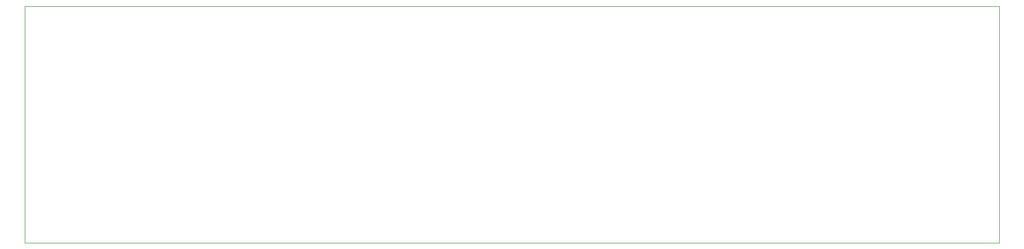
<source format=gm1>
G04 #@! TF.GenerationSoftware,KiCad,Pcbnew,5.1.10*
G04 #@! TF.CreationDate,2021-11-29T19:36:07+01:00*
G04 #@! TF.ProjectId,RoscoFrontPanel,526f7363-6f46-4726-9f6e-7450616e656c,rev?*
G04 #@! TF.SameCoordinates,Original*
G04 #@! TF.FileFunction,Profile,NP*
%FSLAX46Y46*%
G04 Gerber Fmt 4.6, Leading zero omitted, Abs format (unit mm)*
G04 Created by KiCad (PCBNEW 5.1.10) date 2021-11-29 19:36:07*
%MOMM*%
%LPD*%
G01*
G04 APERTURE LIST*
G04 #@! TA.AperFunction,Profile*
%ADD10C,0.050000*%
G04 #@! TD*
G04 APERTURE END LIST*
D10*
X73000000Y-119000000D02*
X73000000Y-80000000D01*
X233000000Y-119000000D02*
X73000000Y-119000000D01*
X233000000Y-80000000D02*
X233000000Y-119000000D01*
X73000000Y-80000000D02*
X233000000Y-80000000D01*
M02*

</source>
